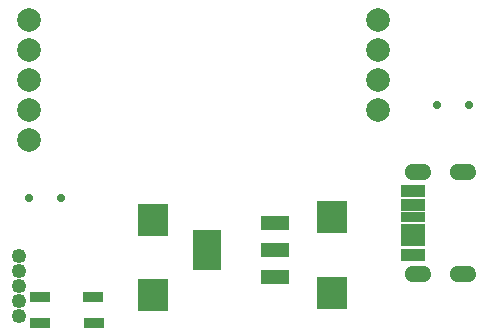
<source format=gbr>
G04 DipTrace 3.2.0.1*
G04 BottomMask.gbr*
%MOMM*%
G04 #@! TF.FileFunction,Soldermask,Bot*
G04 #@! TF.Part,Single*
%AMOUTLINE1*
4,1,4,
-1.00039,-0.44911,
-0.99961,0.45089,
1.00039,0.44911,
0.99961,-0.45089,
-1.00039,-0.44911,
0*%
%AMOUTLINE4*
4,1,4,
-1.00046,-0.49911,
-0.99954,0.50089,
1.00046,0.49911,
0.99954,-0.50089,
-1.00046,-0.49911,
0*%
%AMOUTLINE7*
4,1,16,
0.41065,-0.70038,
0.70426,-0.63362,
0.9489,-0.43889,
1.08481,-0.15731,
1.08509,0.15537,
0.94969,0.43721,
0.70538,0.63238,
0.41189,0.69962,
-0.41065,0.70038,
-0.70426,0.63362,
-0.9489,0.43889,
-1.08481,0.15731,
-1.08509,-0.15537,
-0.94969,-0.43721,
-0.70538,-0.63238,
-0.41189,-0.69962,
0.41065,-0.70038,
0*%
%AMOUTLINE10*
4,1,4,
0.85112,-0.44788,
-0.84885,-0.45215,
-0.85112,0.44788,
0.84885,0.45215,
0.85112,-0.44788,
0*%
%ADD15C,0.7*%
%ADD39C,2.0*%
%ADD41C,1.25*%
%ADD53R,2.6X2.8*%
%ADD57R,2.35X3.45*%
%ADD59R,2.35X1.15*%
%ADD62OUTLINE1*%
%ADD65OUTLINE4*%
%ADD68OUTLINE7*%
%ADD71OUTLINE10*%
%FSLAX35Y35*%
G04*
G71*
G90*
G75*
G01*
G04 BotMask*
%LPD*%
D59*
X222000Y-787000D3*
Y-1017000D3*
Y-1247000D3*
D57*
X-358000Y-1017000D3*
D53*
X705000Y-1377000D3*
Y-736967D3*
X-807983Y-1400017D3*
Y-759983D3*
D15*
X1596000Y215500D3*
X1866000D3*
X-1861000Y-574500D3*
X-1591000D3*
D41*
X-1946000Y-1195000D3*
Y-1322000D3*
Y-1068000D3*
Y-1449000D3*
X-1944000Y-1322000D3*
Y-1449000D3*
Y-1195000D3*
Y-1576000D3*
D39*
X-1858000Y932000D3*
X1096000D3*
X-1858000Y678000D3*
Y425000D3*
Y170000D3*
Y-84000D3*
X1096000Y678000D3*
Y424000D3*
Y170000D3*
D62*
X1392000Y-733000D3*
X1391910Y-833000D3*
D65*
X1392090Y-633000D3*
X1391820Y-933000D3*
X1392197Y-513003D3*
X1391713Y-1053000D3*
D68*
X1432340Y-351037D3*
X1431570Y-1215037D3*
X1812340Y-351377D3*
X1811570Y-1215377D3*
D71*
X-1315540Y-1413873D3*
X-1315000Y-1628873D3*
X-1770540Y-1415007D3*
X-1770000Y-1630007D3*
M02*

</source>
